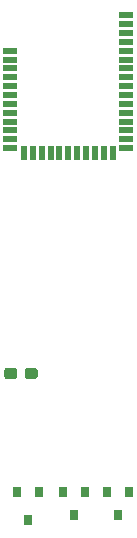
<source format=gbr>
G04 #@! TF.GenerationSoftware,KiCad,Pcbnew,(5.1.0)-1*
G04 #@! TF.CreationDate,2019-05-02T11:49:17+02:00*
G04 #@! TF.ProjectId,expansion,65787061-6e73-4696-9f6e-2e6b69636164,rev?*
G04 #@! TF.SameCoordinates,Original*
G04 #@! TF.FileFunction,Paste,Top*
G04 #@! TF.FilePolarity,Positive*
%FSLAX46Y46*%
G04 Gerber Fmt 4.6, Leading zero omitted, Abs format (unit mm)*
G04 Created by KiCad (PCBNEW (5.1.0)-1) date 2019-05-02 11:49:17*
%MOMM*%
%LPD*%
G04 APERTURE LIST*
%ADD10R,1.200000X0.500000*%
%ADD11R,0.500000X1.200000*%
%ADD12C,0.100000*%
%ADD13C,0.950000*%
%ADD14R,0.800000X0.900000*%
G04 APERTURE END LIST*
D10*
X134000000Y-58775001D03*
X134000000Y-59525001D03*
X134000000Y-60275001D03*
X134000000Y-61025001D03*
X134000000Y-61775001D03*
X134000000Y-62525001D03*
X134000000Y-63275001D03*
X134000000Y-64025001D03*
X134000000Y-64775001D03*
X134000000Y-65525001D03*
X134000000Y-66275001D03*
X134000000Y-67025001D03*
D11*
X135150000Y-67475001D03*
X135900000Y-67475001D03*
X136650000Y-67475001D03*
X137400000Y-67475001D03*
X138150000Y-67475001D03*
X138900000Y-67475001D03*
X139650000Y-67475001D03*
X140400000Y-67475001D03*
X141150000Y-67475001D03*
X141900000Y-67475001D03*
X142650000Y-67475001D03*
D10*
X143800000Y-67025001D03*
X143800000Y-66275001D03*
X143800000Y-65525001D03*
X143800000Y-64775001D03*
X143800000Y-64025001D03*
X143800000Y-63275001D03*
X143800000Y-62525001D03*
X143800000Y-61775001D03*
X143800000Y-61025001D03*
X143800000Y-60275001D03*
X143800000Y-59525001D03*
X143800000Y-58775001D03*
X143800000Y-58025001D03*
X143800000Y-57275001D03*
X143800000Y-56525001D03*
X143800000Y-55775001D03*
D12*
G36*
X136085779Y-85626144D02*
G01*
X136108834Y-85629563D01*
X136131443Y-85635227D01*
X136153387Y-85643079D01*
X136174457Y-85653044D01*
X136194448Y-85665026D01*
X136213168Y-85678910D01*
X136230438Y-85694562D01*
X136246090Y-85711832D01*
X136259974Y-85730552D01*
X136271956Y-85750543D01*
X136281921Y-85771613D01*
X136289773Y-85793557D01*
X136295437Y-85816166D01*
X136298856Y-85839221D01*
X136300000Y-85862500D01*
X136300000Y-86337500D01*
X136298856Y-86360779D01*
X136295437Y-86383834D01*
X136289773Y-86406443D01*
X136281921Y-86428387D01*
X136271956Y-86449457D01*
X136259974Y-86469448D01*
X136246090Y-86488168D01*
X136230438Y-86505438D01*
X136213168Y-86521090D01*
X136194448Y-86534974D01*
X136174457Y-86546956D01*
X136153387Y-86556921D01*
X136131443Y-86564773D01*
X136108834Y-86570437D01*
X136085779Y-86573856D01*
X136062500Y-86575000D01*
X135487500Y-86575000D01*
X135464221Y-86573856D01*
X135441166Y-86570437D01*
X135418557Y-86564773D01*
X135396613Y-86556921D01*
X135375543Y-86546956D01*
X135355552Y-86534974D01*
X135336832Y-86521090D01*
X135319562Y-86505438D01*
X135303910Y-86488168D01*
X135290026Y-86469448D01*
X135278044Y-86449457D01*
X135268079Y-86428387D01*
X135260227Y-86406443D01*
X135254563Y-86383834D01*
X135251144Y-86360779D01*
X135250000Y-86337500D01*
X135250000Y-85862500D01*
X135251144Y-85839221D01*
X135254563Y-85816166D01*
X135260227Y-85793557D01*
X135268079Y-85771613D01*
X135278044Y-85750543D01*
X135290026Y-85730552D01*
X135303910Y-85711832D01*
X135319562Y-85694562D01*
X135336832Y-85678910D01*
X135355552Y-85665026D01*
X135375543Y-85653044D01*
X135396613Y-85643079D01*
X135418557Y-85635227D01*
X135441166Y-85629563D01*
X135464221Y-85626144D01*
X135487500Y-85625000D01*
X136062500Y-85625000D01*
X136085779Y-85626144D01*
X136085779Y-85626144D01*
G37*
D13*
X135775000Y-86100000D03*
D12*
G36*
X134335779Y-85626144D02*
G01*
X134358834Y-85629563D01*
X134381443Y-85635227D01*
X134403387Y-85643079D01*
X134424457Y-85653044D01*
X134444448Y-85665026D01*
X134463168Y-85678910D01*
X134480438Y-85694562D01*
X134496090Y-85711832D01*
X134509974Y-85730552D01*
X134521956Y-85750543D01*
X134531921Y-85771613D01*
X134539773Y-85793557D01*
X134545437Y-85816166D01*
X134548856Y-85839221D01*
X134550000Y-85862500D01*
X134550000Y-86337500D01*
X134548856Y-86360779D01*
X134545437Y-86383834D01*
X134539773Y-86406443D01*
X134531921Y-86428387D01*
X134521956Y-86449457D01*
X134509974Y-86469448D01*
X134496090Y-86488168D01*
X134480438Y-86505438D01*
X134463168Y-86521090D01*
X134444448Y-86534974D01*
X134424457Y-86546956D01*
X134403387Y-86556921D01*
X134381443Y-86564773D01*
X134358834Y-86570437D01*
X134335779Y-86573856D01*
X134312500Y-86575000D01*
X133737500Y-86575000D01*
X133714221Y-86573856D01*
X133691166Y-86570437D01*
X133668557Y-86564773D01*
X133646613Y-86556921D01*
X133625543Y-86546956D01*
X133605552Y-86534974D01*
X133586832Y-86521090D01*
X133569562Y-86505438D01*
X133553910Y-86488168D01*
X133540026Y-86469448D01*
X133528044Y-86449457D01*
X133518079Y-86428387D01*
X133510227Y-86406443D01*
X133504563Y-86383834D01*
X133501144Y-86360779D01*
X133500000Y-86337500D01*
X133500000Y-85862500D01*
X133501144Y-85839221D01*
X133504563Y-85816166D01*
X133510227Y-85793557D01*
X133518079Y-85771613D01*
X133528044Y-85750543D01*
X133540026Y-85730552D01*
X133553910Y-85711832D01*
X133569562Y-85694562D01*
X133586832Y-85678910D01*
X133605552Y-85665026D01*
X133625543Y-85653044D01*
X133646613Y-85643079D01*
X133668557Y-85635227D01*
X133691166Y-85629563D01*
X133714221Y-85626144D01*
X133737500Y-85625000D01*
X134312500Y-85625000D01*
X134335779Y-85626144D01*
X134335779Y-85626144D01*
G37*
D13*
X134025000Y-86100000D03*
D14*
X144050000Y-96100000D03*
X142150000Y-96100000D03*
X143100000Y-98100000D03*
X140350000Y-96100000D03*
X138450000Y-96100000D03*
X139400000Y-98100000D03*
X136450000Y-96100000D03*
X134550000Y-96100000D03*
X135500000Y-98500000D03*
M02*

</source>
